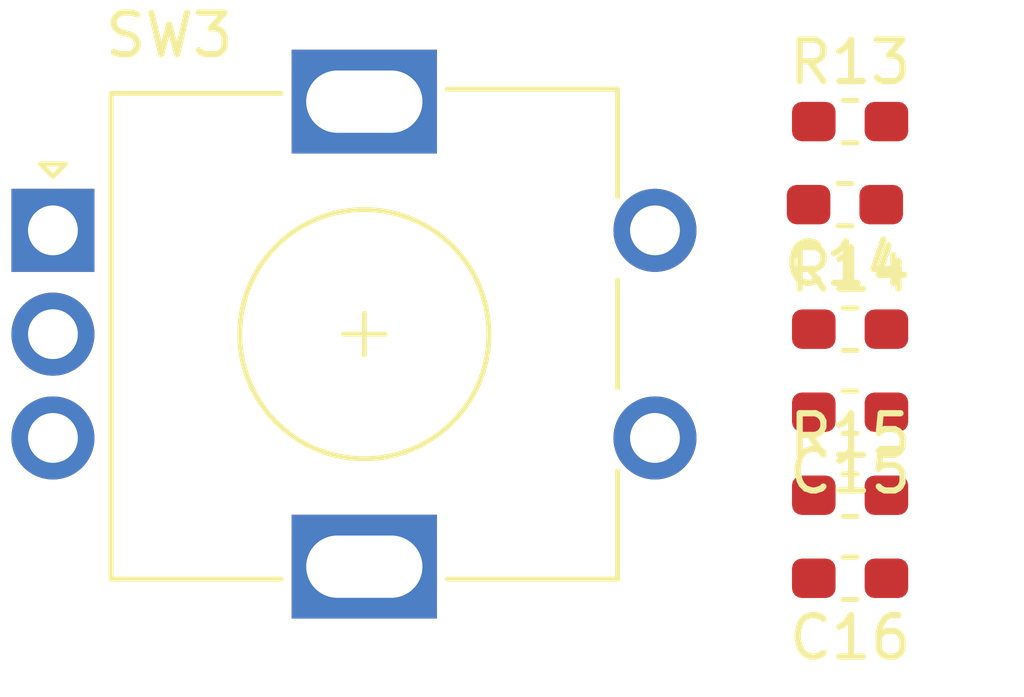
<source format=kicad_pcb>
(kicad_pcb (version 20171130) (host pcbnew 5.1.2-f72e74a~84~ubuntu18.04.1)

  (general
    (thickness 1.6)
    (drawings 0)
    (tracks 0)
    (zones 0)
    (modules 7)
    (nets 8)
  )

  (page A4)
  (layers
    (0 F.Cu signal)
    (31 B.Cu signal)
    (32 B.Adhes user)
    (33 F.Adhes user)
    (34 B.Paste user)
    (35 F.Paste user)
    (36 B.SilkS user)
    (37 F.SilkS user)
    (38 B.Mask user)
    (39 F.Mask user)
    (40 Dwgs.User user)
    (41 Cmts.User user)
    (42 Eco1.User user)
    (43 Eco2.User user)
    (44 Edge.Cuts user)
    (45 Margin user)
    (46 B.CrtYd user)
    (47 F.CrtYd user)
    (48 B.Fab user)
    (49 F.Fab user)
  )

  (setup
    (last_trace_width 0.25)
    (trace_clearance 0.2)
    (zone_clearance 0.508)
    (zone_45_only no)
    (trace_min 0.2)
    (via_size 0.8)
    (via_drill 0.4)
    (via_min_size 0.4)
    (via_min_drill 0.3)
    (uvia_size 0.3)
    (uvia_drill 0.1)
    (uvias_allowed no)
    (uvia_min_size 0.2)
    (uvia_min_drill 0.1)
    (edge_width 0.1)
    (segment_width 0.2)
    (pcb_text_width 0.3)
    (pcb_text_size 1.5 1.5)
    (mod_edge_width 0.15)
    (mod_text_size 1 1)
    (mod_text_width 0.15)
    (pad_size 1.524 1.524)
    (pad_drill 0.762)
    (pad_to_mask_clearance 0)
    (aux_axis_origin 0 0)
    (visible_elements FFFFFF7F)
    (pcbplotparams
      (layerselection 0x010fc_ffffffff)
      (usegerberextensions false)
      (usegerberattributes false)
      (usegerberadvancedattributes false)
      (creategerberjobfile false)
      (excludeedgelayer true)
      (linewidth 0.100000)
      (plotframeref false)
      (viasonmask false)
      (mode 1)
      (useauxorigin false)
      (hpglpennumber 1)
      (hpglpenspeed 20)
      (hpglpendiameter 15.000000)
      (psnegative false)
      (psa4output false)
      (plotreference true)
      (plotvalue true)
      (plotinvisibletext false)
      (padsonsilk false)
      (subtractmaskfromsilk false)
      (outputformat 1)
      (mirror false)
      (drillshape 1)
      (scaleselection 1)
      (outputdirectory ""))
  )

  (net 0 "")
  (net 1 GND)
  (net 2 /A)
  (net 3 /B)
  (net 4 /SW_OUT)
  (net 5 "Net-(R13-Pad1)")
  (net 6 "Net-(R14-Pad1)")
  (net 7 "Net-(R15-Pad1)")

  (net_class Default "This is the default net class."
    (clearance 0.2)
    (trace_width 0.25)
    (via_dia 0.8)
    (via_drill 0.4)
    (uvia_dia 0.3)
    (uvia_drill 0.1)
    (add_net /A)
    (add_net /B)
    (add_net /SW_OUT)
    (add_net GND)
    (add_net "Net-(R13-Pad1)")
    (add_net "Net-(R14-Pad1)")
    (add_net "Net-(R15-Pad1)")
  )

  (module footprint-lib:RotaryEncoder_Alps_EC11E_Vertical_H20mm (layer F.Cu) (tedit 5CEB77F5) (tstamp 5CEBB048)
    (at 13.8 30.62)
    (descr "Alps rotary encoder, EC12E... without switch (pins are dummy), vertical shaft, http://www.alps.com/prod/info/E/HTML/Encoder/Incremental/EC11/EC11E15204A3.html")
    (tags "rotary encoder")
    (path /5CEC3ACC)
    (fp_text reference SW3 (at 2.8 -4.7) (layer F.SilkS)
      (effects (font (size 1 1) (thickness 0.15)))
    )
    (fp_text value EC11_VERTICAL (at 7.5 10.4) (layer F.Fab)
      (effects (font (size 1 1) (thickness 0.15)))
    )
    (fp_circle (center 7.5 2.5) (end 10.5 2.5) (layer F.Fab) (width 0.12))
    (fp_circle (center 7.5 2.5) (end 10.5 2.5) (layer F.SilkS) (width 0.12))
    (fp_line (start 15.5 9.35) (end -1.25 9.35) (layer F.CrtYd) (width 0.05))
    (fp_line (start 15.5 9.35) (end 15.5 -4.35) (layer F.CrtYd) (width 0.05))
    (fp_line (start -1.25 -4.35) (end -1.25 9.35) (layer F.CrtYd) (width 0.05))
    (fp_line (start -1.25 -4.35) (end 15.5 -4.35) (layer F.CrtYd) (width 0.05))
    (fp_line (start 2.5 -3.3) (end 13.5 -3.3) (layer F.Fab) (width 0.12))
    (fp_line (start 13.5 -3.3) (end 13.5 8.3) (layer F.Fab) (width 0.12))
    (fp_line (start 13.5 8.3) (end 1.5 8.3) (layer F.Fab) (width 0.12))
    (fp_line (start 1.5 8.3) (end 1.5 -2.2) (layer F.Fab) (width 0.12))
    (fp_line (start 1.5 -2.2) (end 2.5 -3.3) (layer F.Fab) (width 0.12))
    (fp_line (start 9.5 -3.4) (end 13.6 -3.4) (layer F.SilkS) (width 0.12))
    (fp_line (start 13.6 8.4) (end 9.5 8.4) (layer F.SilkS) (width 0.12))
    (fp_line (start 5.5 8.4) (end 1.4 8.4) (layer F.SilkS) (width 0.12))
    (fp_line (start 5.5 -3.3) (end 1.4 -3.3) (layer F.SilkS) (width 0.12))
    (fp_line (start 1.4 -3.3) (end 1.4 8.4) (layer F.SilkS) (width 0.12))
    (fp_line (start 0 -1.3) (end -0.3 -1.6) (layer F.SilkS) (width 0.12))
    (fp_line (start -0.3 -1.6) (end 0.3 -1.6) (layer F.SilkS) (width 0.12))
    (fp_line (start 0.3 -1.6) (end 0 -1.3) (layer F.SilkS) (width 0.12))
    (fp_line (start 7.5 -0.5) (end 7.5 5.5) (layer F.Fab) (width 0.12))
    (fp_line (start 4.5 2.5) (end 10.5 2.5) (layer F.Fab) (width 0.12))
    (fp_line (start 13.6 -3.4) (end 13.6 -0.8) (layer F.SilkS) (width 0.12))
    (fp_line (start 13.6 1.2) (end 13.6 3.8) (layer F.SilkS) (width 0.12))
    (fp_line (start 13.6 5.8) (end 13.6 8.4) (layer F.SilkS) (width 0.12))
    (fp_line (start 7.5 2) (end 7.5 3) (layer F.SilkS) (width 0.12))
    (fp_line (start 7 2.5) (end 8 2.5) (layer F.SilkS) (width 0.12))
    (fp_text user %R (at 11.1 6.3) (layer F.Fab)
      (effects (font (size 1 1) (thickness 0.15)))
    )
    (pad A thru_hole rect (at 0 0) (size 2 2) (drill 1.2) (layers *.Cu *.Mask)
      (net 6 "Net-(R14-Pad1)"))
    (pad C thru_hole circle (at 0 2.5) (size 2 2) (drill 1.2) (layers *.Cu *.Mask)
      (net 1 GND))
    (pad B thru_hole circle (at 0 5) (size 2 2) (drill 1.2) (layers *.Cu *.Mask)
      (net 5 "Net-(R13-Pad1)"))
    (pad MP thru_hole rect (at 7.5 -3.1) (size 3.5 2.5) (drill oval 2.8 1.5) (layers *.Cu *.Mask))
    (pad MP thru_hole rect (at 7.5 8.1) (size 3.5 2.5) (drill oval 2.8 1.5) (layers *.Cu *.Mask))
    (pad D thru_hole circle (at 14.5 0) (size 2 2) (drill 1.2) (layers *.Cu *.Mask)
      (net 7 "Net-(R15-Pad1)"))
    (pad E thru_hole circle (at 14.5 5) (size 2 2) (drill 1.2) (layers *.Cu *.Mask)
      (net 1 GND))
    (model ${KISYS3DMOD}/Rotary_Encoder.3dshapes/RotaryEncoder_Alps_EC11E_Vertical_H20mm.wrl
      (at (xyz 0 0 0))
      (scale (xyz 1 1 1))
      (rotate (xyz 0 0 0))
    )
    (model /home/logic/_workspace/kicad/kicad_library/kicad-packages3d/pec11r-4x20f-sxxxx.stp
      (offset (xyz 7.5 -2.5 5.5))
      (scale (xyz 1 1 1))
      (rotate (xyz -90 0 -90))
    )
  )

  (module Resistor_SMD:R_0603_1608Metric_Pad1.05x0.95mm_HandSolder (layer F.Cu) (tedit 5B301BBD) (tstamp 5CEBB022)
    (at 33 37)
    (descr "Resistor SMD 0603 (1608 Metric), square (rectangular) end terminal, IPC_7351 nominal with elongated pad for handsoldering. (Body size source: http://www.tortai-tech.com/upload/download/2011102023233369053.pdf), generated with kicad-footprint-generator")
    (tags "resistor handsolder")
    (path /5CED67EF)
    (attr smd)
    (fp_text reference R15 (at 0 -1.43) (layer F.SilkS)
      (effects (font (size 1 1) (thickness 0.15)))
    )
    (fp_text value R273,0603 (at 0 1.43) (layer F.Fab)
      (effects (font (size 1 1) (thickness 0.15)))
    )
    (fp_text user %R (at 0 0) (layer F.Fab)
      (effects (font (size 0.4 0.4) (thickness 0.06)))
    )
    (fp_line (start 1.65 0.73) (end -1.65 0.73) (layer F.CrtYd) (width 0.05))
    (fp_line (start 1.65 -0.73) (end 1.65 0.73) (layer F.CrtYd) (width 0.05))
    (fp_line (start -1.65 -0.73) (end 1.65 -0.73) (layer F.CrtYd) (width 0.05))
    (fp_line (start -1.65 0.73) (end -1.65 -0.73) (layer F.CrtYd) (width 0.05))
    (fp_line (start -0.171267 0.51) (end 0.171267 0.51) (layer F.SilkS) (width 0.12))
    (fp_line (start -0.171267 -0.51) (end 0.171267 -0.51) (layer F.SilkS) (width 0.12))
    (fp_line (start 0.8 0.4) (end -0.8 0.4) (layer F.Fab) (width 0.1))
    (fp_line (start 0.8 -0.4) (end 0.8 0.4) (layer F.Fab) (width 0.1))
    (fp_line (start -0.8 -0.4) (end 0.8 -0.4) (layer F.Fab) (width 0.1))
    (fp_line (start -0.8 0.4) (end -0.8 -0.4) (layer F.Fab) (width 0.1))
    (pad 2 smd roundrect (at 0.875 0) (size 1.05 0.95) (layers F.Cu F.Paste F.Mask) (roundrect_rratio 0.25)
      (net 4 /SW_OUT))
    (pad 1 smd roundrect (at -0.875 0) (size 1.05 0.95) (layers F.Cu F.Paste F.Mask) (roundrect_rratio 0.25)
      (net 7 "Net-(R15-Pad1)"))
    (model ${KISYS3DMOD}/Resistor_SMD.3dshapes/R_0603_1608Metric.wrl
      (at (xyz 0 0 0))
      (scale (xyz 1 1 1))
      (rotate (xyz 0 0 0))
    )
  )

  (module Resistor_SMD:R_0603_1608Metric_Pad1.05x0.95mm_HandSolder (layer F.Cu) (tedit 5B301BBD) (tstamp 5CEBB408)
    (at 33 33)
    (descr "Resistor SMD 0603 (1608 Metric), square (rectangular) end terminal, IPC_7351 nominal with elongated pad for handsoldering. (Body size source: http://www.tortai-tech.com/upload/download/2011102023233369053.pdf), generated with kicad-footprint-generator")
    (tags "resistor handsolder")
    (path /5CED6622)
    (attr smd)
    (fp_text reference R14 (at 0 -1.43) (layer F.SilkS)
      (effects (font (size 1 1) (thickness 0.15)))
    )
    (fp_text value R273,0603 (at 0 1.43) (layer F.Fab)
      (effects (font (size 1 1) (thickness 0.15)))
    )
    (fp_text user %R (at 0 0) (layer F.Fab)
      (effects (font (size 0.4 0.4) (thickness 0.06)))
    )
    (fp_line (start 1.65 0.73) (end -1.65 0.73) (layer F.CrtYd) (width 0.05))
    (fp_line (start 1.65 -0.73) (end 1.65 0.73) (layer F.CrtYd) (width 0.05))
    (fp_line (start -1.65 -0.73) (end 1.65 -0.73) (layer F.CrtYd) (width 0.05))
    (fp_line (start -1.65 0.73) (end -1.65 -0.73) (layer F.CrtYd) (width 0.05))
    (fp_line (start -0.171267 0.51) (end 0.171267 0.51) (layer F.SilkS) (width 0.12))
    (fp_line (start -0.171267 -0.51) (end 0.171267 -0.51) (layer F.SilkS) (width 0.12))
    (fp_line (start 0.8 0.4) (end -0.8 0.4) (layer F.Fab) (width 0.1))
    (fp_line (start 0.8 -0.4) (end 0.8 0.4) (layer F.Fab) (width 0.1))
    (fp_line (start -0.8 -0.4) (end 0.8 -0.4) (layer F.Fab) (width 0.1))
    (fp_line (start -0.8 0.4) (end -0.8 -0.4) (layer F.Fab) (width 0.1))
    (pad 2 smd roundrect (at 0.875 0) (size 1.05 0.95) (layers F.Cu F.Paste F.Mask) (roundrect_rratio 0.25)
      (net 3 /B))
    (pad 1 smd roundrect (at -0.875 0) (size 1.05 0.95) (layers F.Cu F.Paste F.Mask) (roundrect_rratio 0.25)
      (net 6 "Net-(R14-Pad1)"))
    (model ${KISYS3DMOD}/Resistor_SMD.3dshapes/R_0603_1608Metric.wrl
      (at (xyz 0 0 0))
      (scale (xyz 1 1 1))
      (rotate (xyz 0 0 0))
    )
  )

  (module Resistor_SMD:R_0603_1608Metric_Pad1.05x0.95mm_HandSolder (layer F.Cu) (tedit 5B301BBD) (tstamp 5CEBB000)
    (at 33 28)
    (descr "Resistor SMD 0603 (1608 Metric), square (rectangular) end terminal, IPC_7351 nominal with elongated pad for handsoldering. (Body size source: http://www.tortai-tech.com/upload/download/2011102023233369053.pdf), generated with kicad-footprint-generator")
    (tags "resistor handsolder")
    (path /5CED60AF)
    (attr smd)
    (fp_text reference R13 (at 0 -1.43) (layer F.SilkS)
      (effects (font (size 1 1) (thickness 0.15)))
    )
    (fp_text value R273,0603 (at 0 1.43) (layer F.Fab)
      (effects (font (size 1 1) (thickness 0.15)))
    )
    (fp_text user %R (at 0 0) (layer F.Fab)
      (effects (font (size 0.4 0.4) (thickness 0.06)))
    )
    (fp_line (start 1.65 0.73) (end -1.65 0.73) (layer F.CrtYd) (width 0.05))
    (fp_line (start 1.65 -0.73) (end 1.65 0.73) (layer F.CrtYd) (width 0.05))
    (fp_line (start -1.65 -0.73) (end 1.65 -0.73) (layer F.CrtYd) (width 0.05))
    (fp_line (start -1.65 0.73) (end -1.65 -0.73) (layer F.CrtYd) (width 0.05))
    (fp_line (start -0.171267 0.51) (end 0.171267 0.51) (layer F.SilkS) (width 0.12))
    (fp_line (start -0.171267 -0.51) (end 0.171267 -0.51) (layer F.SilkS) (width 0.12))
    (fp_line (start 0.8 0.4) (end -0.8 0.4) (layer F.Fab) (width 0.1))
    (fp_line (start 0.8 -0.4) (end 0.8 0.4) (layer F.Fab) (width 0.1))
    (fp_line (start -0.8 -0.4) (end 0.8 -0.4) (layer F.Fab) (width 0.1))
    (fp_line (start -0.8 0.4) (end -0.8 -0.4) (layer F.Fab) (width 0.1))
    (pad 2 smd roundrect (at 0.875 0) (size 1.05 0.95) (layers F.Cu F.Paste F.Mask) (roundrect_rratio 0.25)
      (net 2 /A))
    (pad 1 smd roundrect (at -0.875 0) (size 1.05 0.95) (layers F.Cu F.Paste F.Mask) (roundrect_rratio 0.25)
      (net 5 "Net-(R13-Pad1)"))
    (model ${KISYS3DMOD}/Resistor_SMD.3dshapes/R_0603_1608Metric.wrl
      (at (xyz 0 0 0))
      (scale (xyz 1 1 1))
      (rotate (xyz 0 0 0))
    )
  )

  (module Capacitor_SMD:C_0603_1608Metric_Pad1.05x0.95mm_HandSolder (layer F.Cu) (tedit 5B301BBE) (tstamp 5CEBAFEF)
    (at 33 39 180)
    (descr "Capacitor SMD 0603 (1608 Metric), square (rectangular) end terminal, IPC_7351 nominal with elongated pad for handsoldering. (Body size source: http://www.tortai-tech.com/upload/download/2011102023233369053.pdf), generated with kicad-footprint-generator")
    (tags "capacitor handsolder")
    (path /5CED6CD1)
    (attr smd)
    (fp_text reference C16 (at 0 -1.43) (layer F.SilkS)
      (effects (font (size 1 1) (thickness 0.15)))
    )
    (fp_text value C104,0603 (at 0 1.43) (layer F.Fab)
      (effects (font (size 1 1) (thickness 0.15)))
    )
    (fp_text user %R (at 0 0) (layer F.Fab)
      (effects (font (size 0.4 0.4) (thickness 0.06)))
    )
    (fp_line (start 1.65 0.73) (end -1.65 0.73) (layer F.CrtYd) (width 0.05))
    (fp_line (start 1.65 -0.73) (end 1.65 0.73) (layer F.CrtYd) (width 0.05))
    (fp_line (start -1.65 -0.73) (end 1.65 -0.73) (layer F.CrtYd) (width 0.05))
    (fp_line (start -1.65 0.73) (end -1.65 -0.73) (layer F.CrtYd) (width 0.05))
    (fp_line (start -0.171267 0.51) (end 0.171267 0.51) (layer F.SilkS) (width 0.12))
    (fp_line (start -0.171267 -0.51) (end 0.171267 -0.51) (layer F.SilkS) (width 0.12))
    (fp_line (start 0.8 0.4) (end -0.8 0.4) (layer F.Fab) (width 0.1))
    (fp_line (start 0.8 -0.4) (end 0.8 0.4) (layer F.Fab) (width 0.1))
    (fp_line (start -0.8 -0.4) (end 0.8 -0.4) (layer F.Fab) (width 0.1))
    (fp_line (start -0.8 0.4) (end -0.8 -0.4) (layer F.Fab) (width 0.1))
    (pad 2 smd roundrect (at 0.875 0 180) (size 1.05 0.95) (layers F.Cu F.Paste F.Mask) (roundrect_rratio 0.25)
      (net 1 GND))
    (pad 1 smd roundrect (at -0.875 0 180) (size 1.05 0.95) (layers F.Cu F.Paste F.Mask) (roundrect_rratio 0.25)
      (net 4 /SW_OUT))
    (model ${KISYS3DMOD}/Capacitor_SMD.3dshapes/C_0603_1608Metric.wrl
      (at (xyz 0 0 0))
      (scale (xyz 1 1 1))
      (rotate (xyz 0 0 0))
    )
  )

  (module Capacitor_SMD:C_0603_1608Metric_Pad1.05x0.95mm_HandSolder (layer F.Cu) (tedit 5B301BBE) (tstamp 5CEBAFDE)
    (at 33 35 180)
    (descr "Capacitor SMD 0603 (1608 Metric), square (rectangular) end terminal, IPC_7351 nominal with elongated pad for handsoldering. (Body size source: http://www.tortai-tech.com/upload/download/2011102023233369053.pdf), generated with kicad-footprint-generator")
    (tags "capacitor handsolder")
    (path /5CED7298)
    (attr smd)
    (fp_text reference C15 (at 0 -1.43) (layer F.SilkS)
      (effects (font (size 1 1) (thickness 0.15)))
    )
    (fp_text value C104,0603 (at 0 1.43) (layer F.Fab)
      (effects (font (size 1 1) (thickness 0.15)))
    )
    (fp_text user %R (at 0 0) (layer F.Fab)
      (effects (font (size 0.4 0.4) (thickness 0.06)))
    )
    (fp_line (start 1.65 0.73) (end -1.65 0.73) (layer F.CrtYd) (width 0.05))
    (fp_line (start 1.65 -0.73) (end 1.65 0.73) (layer F.CrtYd) (width 0.05))
    (fp_line (start -1.65 -0.73) (end 1.65 -0.73) (layer F.CrtYd) (width 0.05))
    (fp_line (start -1.65 0.73) (end -1.65 -0.73) (layer F.CrtYd) (width 0.05))
    (fp_line (start -0.171267 0.51) (end 0.171267 0.51) (layer F.SilkS) (width 0.12))
    (fp_line (start -0.171267 -0.51) (end 0.171267 -0.51) (layer F.SilkS) (width 0.12))
    (fp_line (start 0.8 0.4) (end -0.8 0.4) (layer F.Fab) (width 0.1))
    (fp_line (start 0.8 -0.4) (end 0.8 0.4) (layer F.Fab) (width 0.1))
    (fp_line (start -0.8 -0.4) (end 0.8 -0.4) (layer F.Fab) (width 0.1))
    (fp_line (start -0.8 0.4) (end -0.8 -0.4) (layer F.Fab) (width 0.1))
    (pad 2 smd roundrect (at 0.875 0 180) (size 1.05 0.95) (layers F.Cu F.Paste F.Mask) (roundrect_rratio 0.25)
      (net 1 GND))
    (pad 1 smd roundrect (at -0.875 0 180) (size 1.05 0.95) (layers F.Cu F.Paste F.Mask) (roundrect_rratio 0.25)
      (net 3 /B))
    (model ${KISYS3DMOD}/Capacitor_SMD.3dshapes/C_0603_1608Metric.wrl
      (at (xyz 0 0 0))
      (scale (xyz 1 1 1))
      (rotate (xyz 0 0 0))
    )
  )

  (module Capacitor_SMD:C_0603_1608Metric_Pad1.05x0.95mm_HandSolder (layer F.Cu) (tedit 5B301BBE) (tstamp 5CEBAFCD)
    (at 32.874999 30 180)
    (descr "Capacitor SMD 0603 (1608 Metric), square (rectangular) end terminal, IPC_7351 nominal with elongated pad for handsoldering. (Body size source: http://www.tortai-tech.com/upload/download/2011102023233369053.pdf), generated with kicad-footprint-generator")
    (tags "capacitor handsolder")
    (path /5CED75A5)
    (attr smd)
    (fp_text reference C14 (at 0 -1.43) (layer F.SilkS)
      (effects (font (size 1 1) (thickness 0.15)))
    )
    (fp_text value C104,0603 (at 0 1.43) (layer F.Fab)
      (effects (font (size 1 1) (thickness 0.15)))
    )
    (fp_text user %R (at 0 0) (layer F.Fab)
      (effects (font (size 0.4 0.4) (thickness 0.06)))
    )
    (fp_line (start 1.65 0.73) (end -1.65 0.73) (layer F.CrtYd) (width 0.05))
    (fp_line (start 1.65 -0.73) (end 1.65 0.73) (layer F.CrtYd) (width 0.05))
    (fp_line (start -1.65 -0.73) (end 1.65 -0.73) (layer F.CrtYd) (width 0.05))
    (fp_line (start -1.65 0.73) (end -1.65 -0.73) (layer F.CrtYd) (width 0.05))
    (fp_line (start -0.171267 0.51) (end 0.171267 0.51) (layer F.SilkS) (width 0.12))
    (fp_line (start -0.171267 -0.51) (end 0.171267 -0.51) (layer F.SilkS) (width 0.12))
    (fp_line (start 0.8 0.4) (end -0.8 0.4) (layer F.Fab) (width 0.1))
    (fp_line (start 0.8 -0.4) (end 0.8 0.4) (layer F.Fab) (width 0.1))
    (fp_line (start -0.8 -0.4) (end 0.8 -0.4) (layer F.Fab) (width 0.1))
    (fp_line (start -0.8 0.4) (end -0.8 -0.4) (layer F.Fab) (width 0.1))
    (pad 2 smd roundrect (at 0.875 0 180) (size 1.05 0.95) (layers F.Cu F.Paste F.Mask) (roundrect_rratio 0.25)
      (net 1 GND))
    (pad 1 smd roundrect (at -0.875 0 180) (size 1.05 0.95) (layers F.Cu F.Paste F.Mask) (roundrect_rratio 0.25)
      (net 2 /A))
    (model ${KISYS3DMOD}/Capacitor_SMD.3dshapes/C_0603_1608Metric.wrl
      (at (xyz 0 0 0))
      (scale (xyz 1 1 1))
      (rotate (xyz 0 0 0))
    )
  )

)

</source>
